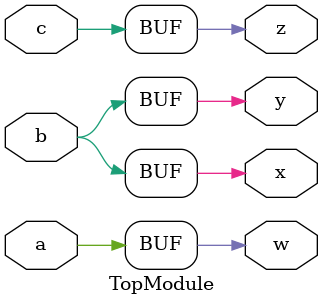
<source format=sv>
module TopModule(
    input logic a,
    input logic b,
    input logic c,
    output logic w,
    output logic x,
    output logic y,
    output logic z
);

    // Combinational logic
    assign w = a;
    assign x = b;
    assign y = b;
    assign z = c;

endmodule
</source>
